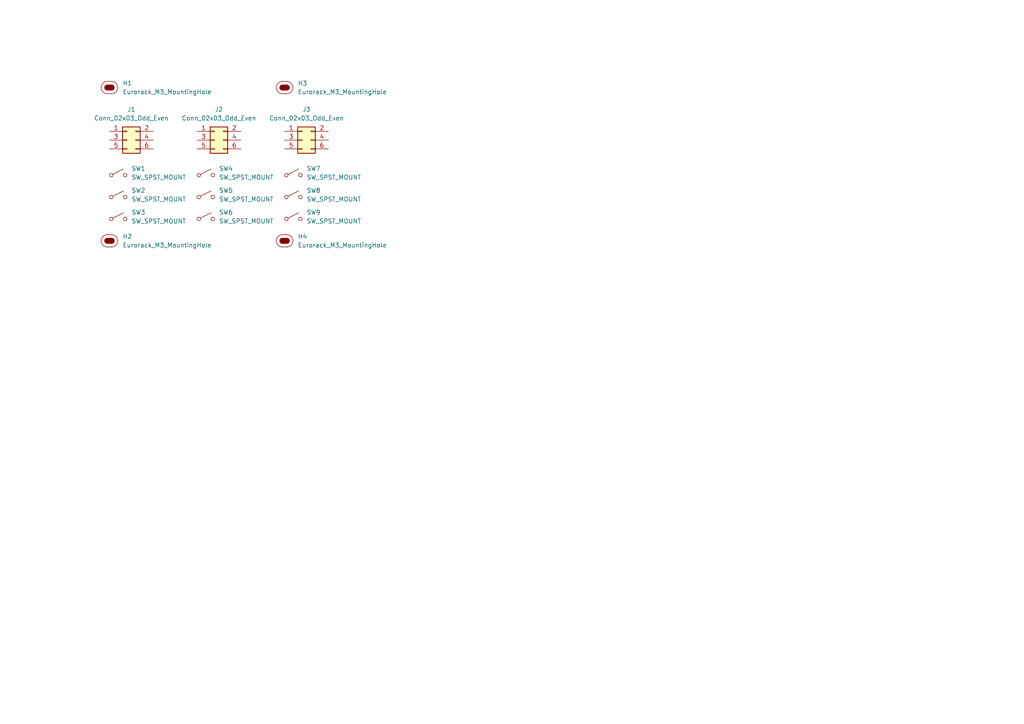
<source format=kicad_sch>
(kicad_sch (version 20231120) (generator "eeschema") (generator_version "8.0")
  (paper "A4")
  (lib_symbols
    (symbol "Connector_Generic:Conn_02x03_Odd_Even" (pin_names (offset 1.016) hide)
      (property "Reference" "J" (at 1.27 5.08 0))
      (property "Value" "Conn_02x03_Odd_Even" (at 1.27 -5.08 0))
      (symbol "Conn_02x03_Odd_Even_1_1"
        (rectangle (start -1.27 -2.413) (end 0 -2.667) (stroke (width 0.1524)))
        (rectangle (start -1.27 0.127) (end 0 -0.127) (stroke (width 0.1524)))
        (rectangle (start -1.27 2.667) (end 0 2.413) (stroke (width 0.1524)))
        (rectangle (start -1.27 3.81) (end 3.81 -3.81) (stroke (width 0.254)) (fill (type background)))
        (rectangle (start 3.81 -2.413) (end 2.54 -2.667) (stroke (width 0.1524)))
        (rectangle (start 3.81 0.127) (end 2.54 -0.127) (stroke (width 0.1524)))
        (rectangle (start 3.81 2.667) (end 2.54 2.413) (stroke (width 0.1524)))
        (pin passive line (at -5.08 2.54 0) (length 3.81) (name "Pin_1") (number "1"))
        (pin passive line (at 7.62 2.54 180) (length 3.81) (name "Pin_2") (number "2"))
        (pin passive line (at -5.08 0 0) (length 3.81) (name "Pin_3") (number "3"))
        (pin passive line (at 7.62 0 180) (length 3.81) (name "Pin_4") (number "4"))
        (pin passive line (at -5.08 -2.54 0) (length 3.81) (name "Pin_5") (number "5"))
        (pin passive line (at 7.62 -2.54 180) (length 3.81) (name "Pin_6") (number "6"))
      )
    )
    (symbol "EXC:Eurorack_M3_MountingHole" (pin_names (offset 1.016)) (exclude_from_sim yes) (in_bom no)
      (property "Reference" "H" (at 0 5.08 0))
      (property "Value" "Eurorack_M3_MountingHole" (at 0 3.175 0))
      (symbol "Eurorack_M3_MountingHole_0_1"
        (circle (center -0.635 0) (radius 0.762) (fill (type outline)))
        (arc (start -0.635 0.762) (mid -1.397 0) (end -0.635 -0.762))
        (arc (start -0.635 1.778) (mid -2.413 0) (end -0.635 -1.778))
        (polyline (pts (xy -0.635 -1.778) (xy 0.635 -1.778)))
        (polyline (pts (xy -0.635 -0.762) (xy 0.635 -0.762)))
        (polyline (pts (xy -0.635 0.762) (xy 0.635 0.762)))
        (polyline (pts (xy 0.635 1.778) (xy -0.635 1.778)))
        (circle (center 0 0) (radius 0.762) (fill (type outline)))
        (arc (start 0.6141 -1.778) (mid 2.4131 0) (end 0.6141 1.778))
        (arc (start 0.6227 -0.762) (mid 1.3971 0) (end 0.6227 0.762))
        (circle (center 0.635 0) (radius 0.762) (fill (type outline)))
      )
    )
    (symbol "EXC:SW_SPST-Cherry_Panel_Mount" (pin_names (offset 0) hide)
      (property "Reference" "SW" (at 0 3.175 0))
      (property "Value" "SW_SPST_MOUNT" (at 0 -2.032 0))
      (symbol "SW_SPST-Cherry_Panel_Mount_0_0"
        (circle (center -2.032 0) (radius 0.508))
        (polyline (pts (xy -1.524 0.254) (xy 1.524 1.778)))
        (circle (center 2.032 0) (radius 0.508))
      )
    )
  )
  (symbol (lib_id "Connector_Generic:Conn_02x03_Odd_Even") (at 36.83 40.64 0) (unit 1)
    (property "Reference" "J1" (at 38.1 31.75 0))
    (property "Value" "Conn_02x03_Odd_Even" (at 38.1 34.29 0))
    (property "Footprint" "Connector_PinSocket_2.54mm:PinSocket_2x03_P2.54mm_Vertical" (effects (hide yes)))
    (property "Description" "Generic connector, double row, 02x03, odd/even pin numbering scheme (row 1 odd numbers, row 2 even numbers), script generated (kicad-library-utils/schlib/autogen/connector/)" (effects (hide yes)))
  )
  (symbol (lib_id "EXC:SW_SPST-Cherry_Panel_Mount") (at 34.29 57.15 0) (unit 1)
    (property "Reference" "SW2" (at 38.1 55.2449 0) (effects (justify left)))
    (property "Value" "SW_SPST_MOUNT" (at 38.1 57.7849 0) (effects (justify left)))
    (property "Footprint" "EXC:SW_Cherry_MX_1.00u_Mount" (effects (hide yes)))
    (property "Datasheet" "https://hirosarts.com/blog/keycap-dimensions-guide-for-beginners/" (effects (hide yes)))
    (property "Description" "Single Pole Single Throw (SPST) panel-mount switch" (effects (hide yes)))
    (property "Source" "https://www.adafruit.com/product/4954" (effects (hide yes)))
  )
  (symbol (lib_id "EXC:SW_SPST-Cherry_Panel_Mount") (at 59.69 57.15 0) (unit 1)
    (property "Reference" "SW5" (at 63.5 55.2449 0) (effects (justify left)))
    (property "Value" "SW_SPST_MOUNT" (at 63.5 57.7849 0) (effects (justify left)))
    (property "Footprint" "EXC:SW_Cherry_MX_1.00u_Mount" (effects (hide yes)))
    (property "Datasheet" "https://hirosarts.com/blog/keycap-dimensions-guide-for-beginners/" (effects (hide yes)))
    (property "Description" "Single Pole Single Throw (SPST) panel-mount switch" (effects (hide yes)))
    (property "Source" "https://www.adafruit.com/product/4954" (effects (hide yes)))
  )
  (symbol (lib_id "EXC:Eurorack_M3_MountingHole") (at 82.55 25.4 0) (unit 1) (exclude_from_sim yes) (in_bom no)
    (property "Reference" "H3" (at 86.36 24.1299 0) (effects (justify left)))
    (property "Value" "Eurorack_M3_MountingHole" (at 86.36 26.6699 0) (effects (justify left)))
    (property "Footprint" "EXC:MountingHole_3.2mm_M3" (effects (hide yes)))
    (property "Description" "Mounting Hole without connection" (effects (hide yes)))
  )
  (symbol (lib_id "EXC:SW_SPST-Cherry_Panel_Mount") (at 59.69 63.5 0) (unit 1)
    (property "Reference" "SW6" (at 63.5 61.5949 0) (effects (justify left)))
    (property "Value" "SW_SPST_MOUNT" (at 63.5 64.1349 0) (effects (justify left)))
    (property "Footprint" "EXC:SW_Cherry_MX_1.00u_Mount" (effects (hide yes)))
    (property "Datasheet" "https://hirosarts.com/blog/keycap-dimensions-guide-for-beginners/" (effects (hide yes)))
    (property "Description" "Single Pole Single Throw (SPST) panel-mount switch" (effects (hide yes)))
    (property "Source" "https://www.adafruit.com/product/4954" (effects (hide yes)))
  )
  (symbol (lib_id "EXC:SW_SPST-Cherry_Panel_Mount") (at 34.29 50.8 0) (unit 1)
    (property "Reference" "SW1" (at 38.1 48.8949 0) (effects (justify left)))
    (property "Value" "SW_SPST_MOUNT" (at 38.1 51.4349 0) (effects (justify left)))
    (property "Footprint" "EXC:SW_Cherry_MX_1.00u_Mount" (effects (hide yes)))
    (property "Datasheet" "https://hirosarts.com/blog/keycap-dimensions-guide-for-beginners/" (effects (hide yes)))
    (property "Description" "Single Pole Single Throw (SPST) panel-mount switch" (effects (hide yes)))
    (property "Source" "https://www.adafruit.com/product/4954" (effects (hide yes)))
  )
  (symbol (lib_id "Connector_Generic:Conn_02x03_Odd_Even") (at 62.23 40.64 0) (unit 1)
    (property "Reference" "J2" (at 63.5 31.75 0))
    (property "Value" "Conn_02x03_Odd_Even" (at 63.5 34.29 0))
    (property "Footprint" "Connector_PinSocket_2.54mm:PinSocket_2x03_P2.54mm_Vertical" (effects (hide yes)))
    (property "Description" "Generic connector, double row, 02x03, odd/even pin numbering scheme (row 1 odd numbers, row 2 even numbers), script generated (kicad-library-utils/schlib/autogen/connector/)" (effects (hide yes)))
  )
  (symbol (lib_id "EXC:Eurorack_M3_MountingHole") (at 82.55 69.85 0) (unit 1) (exclude_from_sim yes) (in_bom no)
    (property "Reference" "H4" (at 86.36 68.5799 0) (effects (justify left)))
    (property "Value" "Eurorack_M3_MountingHole" (at 86.36 71.1199 0) (effects (justify left)))
    (property "Footprint" "EXC:MountingHole_3.2mm_M3" (effects (hide yes)))
    (property "Description" "Mounting Hole without connection" (effects (hide yes)))
  )
  (symbol (lib_id "EXC:SW_SPST-Cherry_Panel_Mount") (at 34.29 63.5 0) (unit 1)
    (property "Reference" "SW3" (at 38.1 61.5949 0) (effects (justify left)))
    (property "Value" "SW_SPST_MOUNT" (at 38.1 64.1349 0) (effects (justify left)))
    (property "Footprint" "EXC:SW_Cherry_MX_1.00u_Mount" (effects (hide yes)))
    (property "Datasheet" "https://hirosarts.com/blog/keycap-dimensions-guide-for-beginners/" (effects (hide yes)))
    (property "Description" "Single Pole Single Throw (SPST) panel-mount switch" (effects (hide yes)))
    (property "Source" "https://www.adafruit.com/product/4954" (effects (hide yes)))
  )
  (symbol (lib_id "EXC:SW_SPST-Cherry_Panel_Mount") (at 59.69 50.8 0) (unit 1)
    (property "Reference" "SW4" (at 63.5 48.8949 0) (effects (justify left)))
    (property "Value" "SW_SPST_MOUNT" (at 63.5 51.4349 0) (effects (justify left)))
    (property "Footprint" "EXC:SW_Cherry_MX_1.00u_Mount" (effects (hide yes)))
    (property "Datasheet" "https://hirosarts.com/blog/keycap-dimensions-guide-for-beginners/" (effects (hide yes)))
    (property "Description" "Single Pole Single Throw (SPST) panel-mount switch" (effects (hide yes)))
    (property "Source" "https://www.adafruit.com/product/4954" (effects (hide yes)))
  )
  (symbol (lib_id "EXC:SW_SPST-Cherry_Panel_Mount") (at 85.09 63.5 0) (unit 1)
    (property "Reference" "SW9" (at 88.9 61.5949 0) (effects (justify left)))
    (property "Value" "SW_SPST_MOUNT" (at 88.9 64.1349 0) (effects (justify left)))
    (property "Footprint" "EXC:SW_Cherry_MX_1.00u_Mount" (effects (hide yes)))
    (property "Datasheet" "https://hirosarts.com/blog/keycap-dimensions-guide-for-beginners/" (effects (hide yes)))
    (property "Description" "Single Pole Single Throw (SPST) panel-mount switch" (effects (hide yes)))
    (property "Source" "https://www.adafruit.com/product/4954" (effects (hide yes)))
  )
  (symbol (lib_id "EXC:Eurorack_M3_MountingHole") (at 31.75 25.4 0) (unit 1) (exclude_from_sim yes) (in_bom no)
    (property "Reference" "H1" (at 35.56 24.1299 0) (effects (justify left)))
    (property "Value" "Eurorack_M3_MountingHole" (at 35.56 26.6699 0) (effects (justify left)))
    (property "Footprint" "EXC:MountingHole_3.2mm_M3" (effects (hide yes)))
    (property "Description" "Mounting Hole without connection" (effects (hide yes)))
  )
  (symbol (lib_id "EXC:SW_SPST-Cherry_Panel_Mount") (at 85.09 50.8 0) (unit 1)
    (property "Reference" "SW7" (at 88.9 48.8949 0) (effects (justify left)))
    (property "Value" "SW_SPST_MOUNT" (at 88.9 51.4349 0) (effects (justify left)))
    (property "Footprint" "EXC:SW_Cherry_MX_1.00u_Mount" (effects (hide yes)))
    (property "Datasheet" "https://hirosarts.com/blog/keycap-dimensions-guide-for-beginners/" (effects (hide yes)))
    (property "Description" "Single Pole Single Throw (SPST) panel-mount switch" (effects (hide yes)))
    (property "Source" "https://www.adafruit.com/product/4954" (effects (hide yes)))
  )
  (symbol (lib_id "EXC:Eurorack_M3_MountingHole") (at 31.75 69.85 0) (unit 1) (exclude_from_sim yes) (in_bom no)
    (property "Reference" "H2" (at 35.56 68.5799 0) (effects (justify left)))
    (property "Value" "Eurorack_M3_MountingHole" (at 35.56 71.1199 0) (effects (justify left)))
    (property "Footprint" "EXC:MountingHole_3.2mm_M3" (effects (hide yes)))
    (property "Description" "Mounting Hole without connection" (effects (hide yes)))
  )
  (symbol (lib_id "Connector_Generic:Conn_02x03_Odd_Even") (at 87.63 40.64 0) (unit 1)
    (property "Reference" "J3" (at 88.9 31.75 0))
    (property "Value" "Conn_02x03_Odd_Even" (at 88.9 34.29 0))
    (property "Footprint" "Connector_PinSocket_2.54mm:PinSocket_2x03_P2.54mm_Vertical" (effects (hide yes)))
    (property "Description" "Generic connector, double row, 02x03, odd/even pin numbering scheme (row 1 odd numbers, row 2 even numbers), script generated (kicad-library-utils/schlib/autogen/connector/)" (effects (hide yes)))
  )
  (symbol (lib_id "EXC:SW_SPST-Cherry_Panel_Mount") (at 85.09 57.15 0) (unit 1)
    (property "Reference" "SW8" (at 88.9 55.2449 0) (effects (justify left)))
    (property "Value" "SW_SPST_MOUNT" (at 88.9 57.7849 0) (effects (justify left)))
    (property "Footprint" "EXC:SW_Cherry_MX_1.00u_Mount" (effects (hide yes)))
    (property "Datasheet" "https://hirosarts.com/blog/keycap-dimensions-guide-for-beginners/" (effects (hide yes)))
    (property "Description" "Single Pole Single Throw (SPST) panel-mount switch" (effects (hide yes)))
    (property "Source" "https://www.adafruit.com/product/4954" (effects (hide yes)))
  )
)
</source>
